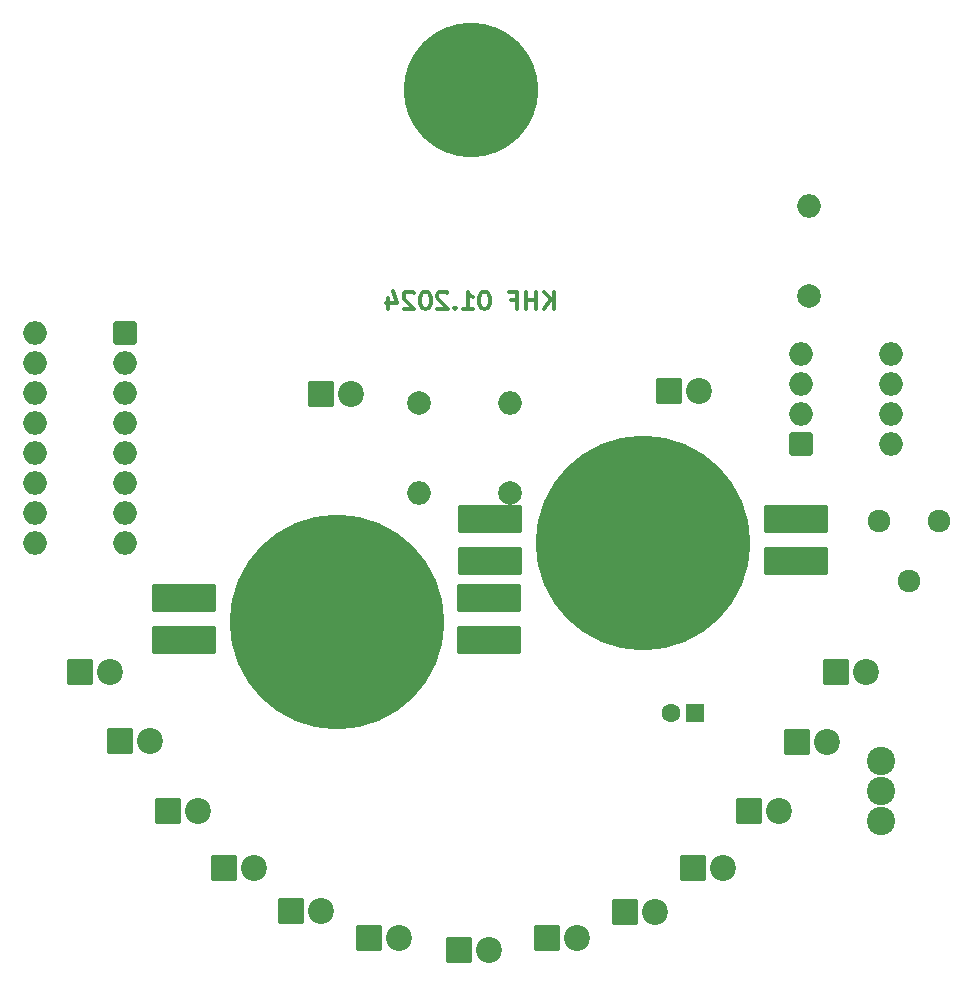
<source format=gbr>
%TF.GenerationSoftware,KiCad,Pcbnew,8.0.1*%
%TF.CreationDate,2024-04-02T10:37:19+02:00*%
%TF.ProjectId,Smiley,536d696c-6579-42e6-9b69-6361645f7063,rev?*%
%TF.SameCoordinates,Original*%
%TF.FileFunction,Soldermask,Bot*%
%TF.FilePolarity,Negative*%
%FSLAX46Y46*%
G04 Gerber Fmt 4.6, Leading zero omitted, Abs format (unit mm)*
G04 Created by KiCad (PCBNEW 8.0.1) date 2024-04-02 10:37:19*
%MOMM*%
%LPD*%
G01*
G04 APERTURE LIST*
G04 Aperture macros list*
%AMRoundRect*
0 Rectangle with rounded corners*
0 $1 Rounding radius*
0 $2 $3 $4 $5 $6 $7 $8 $9 X,Y pos of 4 corners*
0 Add a 4 corners polygon primitive as box body*
4,1,4,$2,$3,$4,$5,$6,$7,$8,$9,$2,$3,0*
0 Add four circle primitives for the rounded corners*
1,1,$1+$1,$2,$3*
1,1,$1+$1,$4,$5*
1,1,$1+$1,$6,$7*
1,1,$1+$1,$8,$9*
0 Add four rect primitives between the rounded corners*
20,1,$1+$1,$2,$3,$4,$5,0*
20,1,$1+$1,$4,$5,$6,$7,0*
20,1,$1+$1,$6,$7,$8,$9,0*
20,1,$1+$1,$8,$9,$2,$3,0*%
G04 Aperture macros list end*
%ADD10C,0.300000*%
%ADD11RoundRect,0.200000X-0.900000X-0.900000X0.900000X-0.900000X0.900000X0.900000X-0.900000X0.900000X0*%
%ADD12C,2.200000*%
%ADD13RoundRect,0.200000X0.600000X0.600000X-0.600000X0.600000X-0.600000X-0.600000X0.600000X-0.600000X0*%
%ADD14C,1.600000*%
%ADD15C,2.000000*%
%ADD16O,2.000000X2.000000*%
%ADD17C,2.400000*%
%ADD18RoundRect,0.200000X-0.800000X-0.800000X0.800000X-0.800000X0.800000X0.800000X-0.800000X0.800000X0*%
%ADD19RoundRect,0.200000X0.800000X0.800000X-0.800000X0.800000X-0.800000X-0.800000X0.800000X-0.800000X0*%
%ADD20C,11.400000*%
%ADD21C,1.924000*%
%ADD22RoundRect,0.200000X-2.500000X-1.000000X2.500000X-1.000000X2.500000X1.000000X-2.500000X1.000000X0*%
%ADD23C,18.180000*%
G04 APERTURE END LIST*
D10*
X164875489Y-67936828D02*
X164875489Y-66436828D01*
X164018346Y-67936828D02*
X164661203Y-67079685D01*
X164018346Y-66436828D02*
X164875489Y-67293971D01*
X163375489Y-67936828D02*
X163375489Y-66436828D01*
X163375489Y-67151114D02*
X162518346Y-67151114D01*
X162518346Y-67936828D02*
X162518346Y-66436828D01*
X161304060Y-67151114D02*
X161804060Y-67151114D01*
X161804060Y-67936828D02*
X161804060Y-66436828D01*
X161804060Y-66436828D02*
X161089774Y-66436828D01*
X159089774Y-66436828D02*
X158946917Y-66436828D01*
X158946917Y-66436828D02*
X158804060Y-66508257D01*
X158804060Y-66508257D02*
X158732632Y-66579685D01*
X158732632Y-66579685D02*
X158661203Y-66722542D01*
X158661203Y-66722542D02*
X158589774Y-67008257D01*
X158589774Y-67008257D02*
X158589774Y-67365400D01*
X158589774Y-67365400D02*
X158661203Y-67651114D01*
X158661203Y-67651114D02*
X158732632Y-67793971D01*
X158732632Y-67793971D02*
X158804060Y-67865400D01*
X158804060Y-67865400D02*
X158946917Y-67936828D01*
X158946917Y-67936828D02*
X159089774Y-67936828D01*
X159089774Y-67936828D02*
X159232632Y-67865400D01*
X159232632Y-67865400D02*
X159304060Y-67793971D01*
X159304060Y-67793971D02*
X159375489Y-67651114D01*
X159375489Y-67651114D02*
X159446917Y-67365400D01*
X159446917Y-67365400D02*
X159446917Y-67008257D01*
X159446917Y-67008257D02*
X159375489Y-66722542D01*
X159375489Y-66722542D02*
X159304060Y-66579685D01*
X159304060Y-66579685D02*
X159232632Y-66508257D01*
X159232632Y-66508257D02*
X159089774Y-66436828D01*
X157161203Y-67936828D02*
X158018346Y-67936828D01*
X157589775Y-67936828D02*
X157589775Y-66436828D01*
X157589775Y-66436828D02*
X157732632Y-66651114D01*
X157732632Y-66651114D02*
X157875489Y-66793971D01*
X157875489Y-66793971D02*
X158018346Y-66865400D01*
X156518347Y-67793971D02*
X156446918Y-67865400D01*
X156446918Y-67865400D02*
X156518347Y-67936828D01*
X156518347Y-67936828D02*
X156589775Y-67865400D01*
X156589775Y-67865400D02*
X156518347Y-67793971D01*
X156518347Y-67793971D02*
X156518347Y-67936828D01*
X155875489Y-66579685D02*
X155804061Y-66508257D01*
X155804061Y-66508257D02*
X155661204Y-66436828D01*
X155661204Y-66436828D02*
X155304061Y-66436828D01*
X155304061Y-66436828D02*
X155161204Y-66508257D01*
X155161204Y-66508257D02*
X155089775Y-66579685D01*
X155089775Y-66579685D02*
X155018346Y-66722542D01*
X155018346Y-66722542D02*
X155018346Y-66865400D01*
X155018346Y-66865400D02*
X155089775Y-67079685D01*
X155089775Y-67079685D02*
X155946918Y-67936828D01*
X155946918Y-67936828D02*
X155018346Y-67936828D01*
X154089775Y-66436828D02*
X153946918Y-66436828D01*
X153946918Y-66436828D02*
X153804061Y-66508257D01*
X153804061Y-66508257D02*
X153732633Y-66579685D01*
X153732633Y-66579685D02*
X153661204Y-66722542D01*
X153661204Y-66722542D02*
X153589775Y-67008257D01*
X153589775Y-67008257D02*
X153589775Y-67365400D01*
X153589775Y-67365400D02*
X153661204Y-67651114D01*
X153661204Y-67651114D02*
X153732633Y-67793971D01*
X153732633Y-67793971D02*
X153804061Y-67865400D01*
X153804061Y-67865400D02*
X153946918Y-67936828D01*
X153946918Y-67936828D02*
X154089775Y-67936828D01*
X154089775Y-67936828D02*
X154232633Y-67865400D01*
X154232633Y-67865400D02*
X154304061Y-67793971D01*
X154304061Y-67793971D02*
X154375490Y-67651114D01*
X154375490Y-67651114D02*
X154446918Y-67365400D01*
X154446918Y-67365400D02*
X154446918Y-67008257D01*
X154446918Y-67008257D02*
X154375490Y-66722542D01*
X154375490Y-66722542D02*
X154304061Y-66579685D01*
X154304061Y-66579685D02*
X154232633Y-66508257D01*
X154232633Y-66508257D02*
X154089775Y-66436828D01*
X153018347Y-66579685D02*
X152946919Y-66508257D01*
X152946919Y-66508257D02*
X152804062Y-66436828D01*
X152804062Y-66436828D02*
X152446919Y-66436828D01*
X152446919Y-66436828D02*
X152304062Y-66508257D01*
X152304062Y-66508257D02*
X152232633Y-66579685D01*
X152232633Y-66579685D02*
X152161204Y-66722542D01*
X152161204Y-66722542D02*
X152161204Y-66865400D01*
X152161204Y-66865400D02*
X152232633Y-67079685D01*
X152232633Y-67079685D02*
X153089776Y-67936828D01*
X153089776Y-67936828D02*
X152161204Y-67936828D01*
X150875491Y-66936828D02*
X150875491Y-67936828D01*
X151232633Y-66365400D02*
X151589776Y-67436828D01*
X151589776Y-67436828D02*
X150661205Y-67436828D01*
D11*
%TO.C,D1*%
X156858600Y-122139100D03*
D12*
X159398600Y-122139100D03*
%TD*%
D11*
%TO.C,D2*%
X164348600Y-121189100D03*
D12*
X166888600Y-121189100D03*
%TD*%
D11*
%TO.C,D3*%
X170938600Y-118929100D03*
D12*
X173478600Y-118929100D03*
%TD*%
D11*
%TO.C,D4*%
X176668600Y-115279100D03*
D12*
X179208600Y-115279100D03*
%TD*%
D11*
%TO.C,D5*%
X181448600Y-110399100D03*
D12*
X183988600Y-110399100D03*
%TD*%
D11*
%TO.C,D6*%
X185476600Y-104592100D03*
D12*
X188016600Y-104592100D03*
%TD*%
D11*
%TO.C,D7*%
X188758600Y-98623100D03*
D12*
X191298600Y-98623100D03*
%TD*%
D11*
%TO.C,D8*%
X174681600Y-74874100D03*
D12*
X177221600Y-74874100D03*
%TD*%
D11*
%TO.C,D22*%
X149278600Y-121189100D03*
D12*
X151818600Y-121189100D03*
%TD*%
D11*
%TO.C,D33*%
X142638600Y-118889100D03*
D12*
X145178600Y-118889100D03*
%TD*%
D11*
%TO.C,D44*%
X136948600Y-115229100D03*
D12*
X139488600Y-115229100D03*
%TD*%
D11*
%TO.C,D55*%
X132258600Y-110399100D03*
D12*
X134798600Y-110399100D03*
%TD*%
D11*
%TO.C,D66*%
X128198600Y-104489100D03*
D12*
X130738600Y-104489100D03*
%TD*%
D11*
%TO.C,D77*%
X124808600Y-98669100D03*
D12*
X127348600Y-98669100D03*
%TD*%
D11*
%TO.C,D88*%
X145148600Y-75139100D03*
D12*
X147688600Y-75139100D03*
%TD*%
D13*
%TO.C,C1*%
X176820000Y-102110000D03*
D14*
X174820000Y-102110000D03*
%TD*%
D15*
%TO.C,R1*%
X186486800Y-66776600D03*
D16*
X186486800Y-59156600D03*
%TD*%
D15*
%TO.C,Ra*%
X153508600Y-75859100D03*
D16*
X153508600Y-83479100D03*
%TD*%
D15*
%TO.C,Rm*%
X161219600Y-83446600D03*
D16*
X161219600Y-75826600D03*
%TD*%
D17*
%TO.C,S1*%
X192588600Y-111299100D03*
X192588600Y-108759100D03*
X192588600Y-106219100D03*
%TD*%
D18*
%TO.C,NE555*%
X185813700Y-79298800D03*
D16*
X185813700Y-76758800D03*
X185813700Y-74218800D03*
X185813700Y-71678800D03*
X193433700Y-71678800D03*
X193433700Y-74218800D03*
X193433700Y-76758800D03*
X193433700Y-79298800D03*
%TD*%
D19*
%TO.C,CD4017*%
X128580600Y-69921100D03*
D16*
X128580600Y-72461100D03*
X128580600Y-75001100D03*
X128580600Y-77541100D03*
X128580600Y-80081100D03*
X128580600Y-82621100D03*
X128580600Y-85161100D03*
X128580600Y-87701100D03*
X120960600Y-87701100D03*
X120960600Y-85161100D03*
X120960600Y-82621100D03*
X120960600Y-80081100D03*
X120960600Y-77541100D03*
X120960600Y-75001100D03*
X120960600Y-72461100D03*
X120960600Y-69921100D03*
%TD*%
D20*
%TO.C,LP*%
X157878600Y-49379100D03*
%TD*%
D21*
%TO.C,REF\u002A\u002A*%
X197497700Y-85864700D03*
X192417700Y-85864700D03*
X194957700Y-90944700D03*
%TD*%
D22*
%TO.C,BAT-HLD-002*%
X133546000Y-92338000D03*
X133546000Y-95894000D03*
X159440000Y-92338000D03*
X159440000Y-95894000D03*
D23*
X146500000Y-94370000D03*
%TD*%
D22*
%TO.C,BAT-HLD-002*%
X159506000Y-85728000D03*
X159506000Y-89284000D03*
X185400000Y-85728000D03*
X185400000Y-89284000D03*
D23*
X172460000Y-87760000D03*
%TD*%
M02*

</source>
